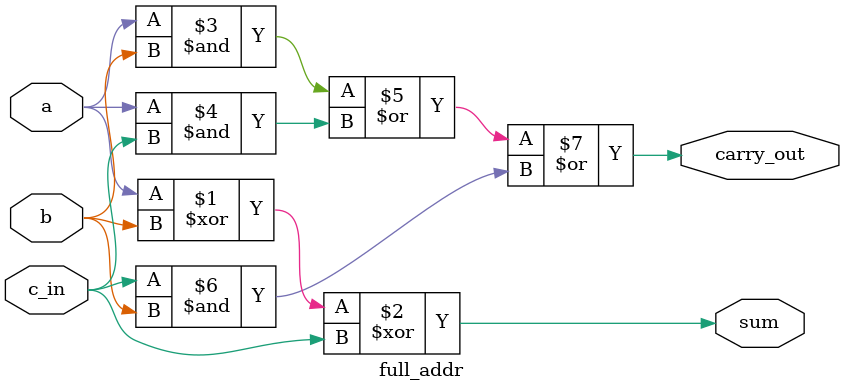
<source format=v>
`timescale 1ns/1ps

module full_addr (
input a,
input b,
input c_in,
output wire sum,
output wire carry_out
);

//Assign sum using XOR for efficient bitwise addition
assign sum = a ^ b ^ c_in;
//      
// a  ---|
// b  ---|D0-----|
//               |D0-- sum
//cin -----------|
//

//Assign carry based on two-bit product terms for clarity
assign carry_out = (a & b) | (a & c_in) | (c_in & b );

endmodule

</source>
